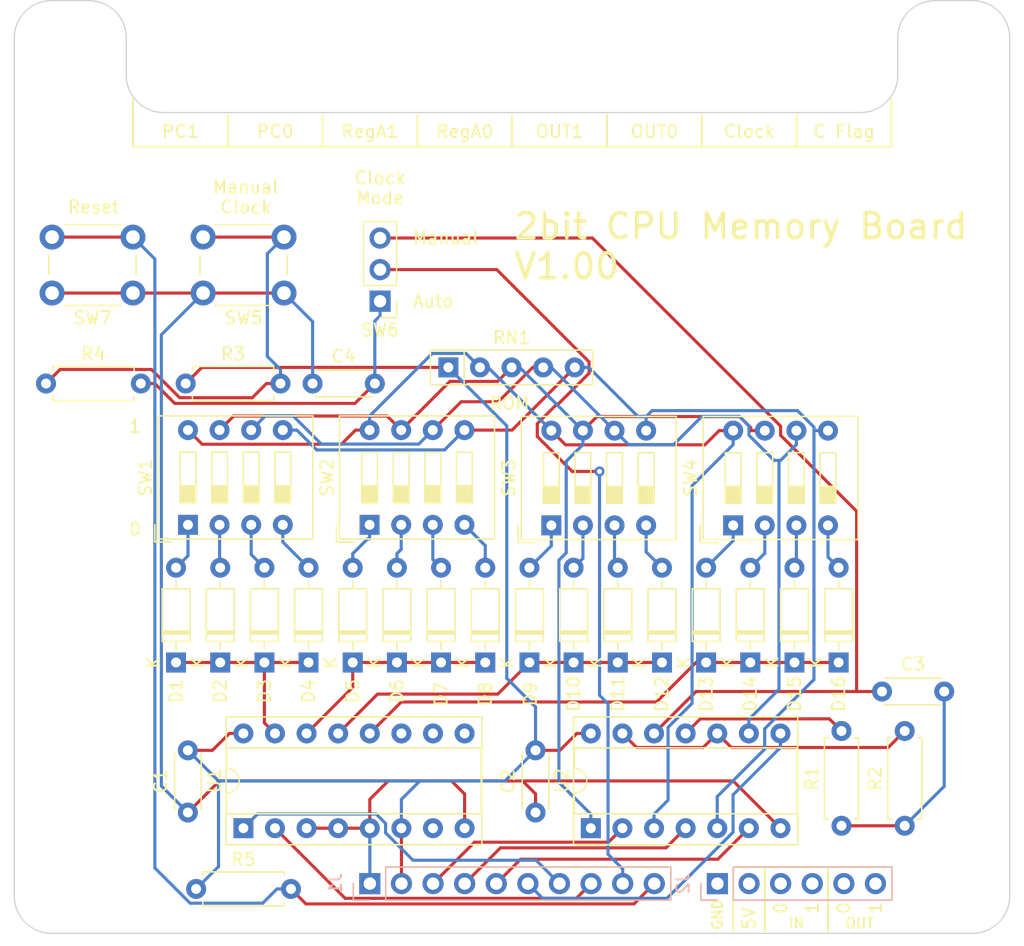
<source format=kicad_pcb>
(kicad_pcb (version 20221018) (generator pcbnew)
  (layers (0 "F.Cu" signal) (31 "B.Cu" signal) (34 "B.Paste" user) (35 "F.Paste" user) (36 "B.SilkS" user "B.Silkscreen") (37 "F.SilkS" user "F.Silkscreen") (38 "B.Mask" user) (39 "F.Mask" user) (44 "Edge.Cuts" user))
  (net 0 "")
  (net 1 "+5V")
  (net 2 "GND")
  (net 3 "Net-(D1-K)")
  (net 4 "Net-(D1-A)")
  (net 5 "Net-(D2-A)")
  (net 6 "Net-(D3-A)")
  (net 7 "Net-(D4-A)")
  (net 8 "Net-(D5-K)")
  (net 9 "Net-(D5-A)")
  (net 10 "Net-(D6-A)")
  (net 11 "Net-(D7-A)")
  (net 12 "Net-(D8-A)")
  (net 13 "Net-(D10-K)")
  (net 14 "Net-(D9-A)")
  (net 15 "Net-(D10-A)")
  (net 16 "Net-(D11-A)")
  (net 17 "Net-(D12-A)")
  (net 18 "Net-(D13-K)")
  (net 19 "Net-(D13-A)")
  (net 20 "Net-(D14-A)")
  (net 21 "Net-(D15-A)")
  (net 22 "Net-(D16-A)")
  (net 23 "Net-(J1-Pin_3)")
  (net 24 "Net-(J1-Pin_4)")
  (net 25 "Net-(J1-Pin_5)")
  (net 26 "Net-(J1-Pin_6)")
  (net 27 "Net-(J1-Pin_7)")
  (net 28 "Net-(J1-Pin_8)")
  (net 29 "Net-(RN1-R1)")
  (net 30 "Net-(RN1-R2)")
  (net 31 "Net-(RN1-R3)")
  (net 32 "Net-(RN1-R4)")
  (net 37 "Net-(SW6-C)")
  (net 40 "Net-(R1-Pad2)")
  (net 41 "Net-(R2-Pad2)")
  (net 42 "Reset")
  (net 43 "Clock")
  (net 44 "Net-(C3-Pad2)")
  (net 49 "Net-(SW6-A)")
  (net 50 "Net-(R3-Pad2)")
  (footprint "Button_Switch_THT:SW_DIP_SPSTx04_Slide_9.78x12.34mm_W7.62mm_P2.54mm" (layer "F.Cu") (at 107.745 108.7875 90)
    (fp_text reference "SW2")
    (fp_text value "SW_DIP_x04")
  )
  (footprint "Diode_THT:D_DO-35_SOD27_P7.62mm_Horizontal" (layer "F.Cu") (at 131.24 119.855 90)
    (fp_text reference "D12")
    (fp_text value "1N4148")
  )
  (footprint "Package_DIP:DIP-16_W7.62mm_Socket" (layer "F.Cu") (at 97.6 133.18 90)
    (fp_text reference "U1")
    (fp_text value "74HC138")
  )
  (footprint "MountingHole:MountingHole_3.2mm_M3" (layer "F.Cu") (at 155.19 70.635)
    (fp_text reference "H2" hide)
    (fp_text value "MountingHole")
  )
  (footprint "Button_Switch_THT:SW_DIP_SPSTx04_Slide_9.78x12.34mm_W7.62mm_P2.54mm" (layer "F.Cu") (at 122.35 108.83 90)
    (fp_text reference "SW3")
    (fp_text value "SW_DIP_x04")
  )
  (footprint "Resistor_THT:R_Array_SIP5" (layer "F.Cu") (at 114.075 96.13)
    (fp_text reference "RN1")
    (fp_text value "10k")
  )
  (footprint "Button_Switch_THT:SW_DIP_SPSTx04_Slide_9.78x12.34mm_W7.62mm_P2.54mm" (layer "F.Cu") (at 136.965 108.83 90)
    (fp_text reference "SW4")
    (fp_text value "SW_DIP_x04")
  )
  (footprint "MountingHole:MountingHole_3.2mm_M3" (layer "F.Cu") (at 155.19 137.635)
    (fp_text reference "H3" hide)
    (fp_text value "MountingHole")
  )
  (footprint "Button_Switch_THT:SW_DIP_SPSTx04_Slide_9.78x12.34mm_W7.62mm_P2.54mm" (layer "F.Cu") (at 93.15 108.7875 90)
    (fp_text reference "SW1")
    (fp_text value "SW_DIP_x04")
  )
  (footprint "Diode_THT:D_DO-35_SOD27_P7.62mm_Horizontal" (layer "F.Cu") (at 95.74 119.855 90)
    (fp_text reference "D2")
    (fp_text value "1N4148")
  )
  (footprint "Resistor_THT:R_Axial_DIN0207_L6.3mm_D2.5mm_P7.62mm_Horizontal" (layer "F.Cu") (at 93.805 138.065)
    (fp_text reference "R5")
    (fp_text value "10k")
  )
  (footprint "Diode_THT:D_DO-35_SOD27_P7.62mm_Horizontal" (layer "F.Cu") (at 127.69 119.855 90)
    (fp_text reference "D11")
    (fp_text value "1N4148")
  )
  (footprint "MountingHole:MountingHole_3.2mm_M3" (layer "F.Cu") (at 83.19 137.635)
    (fp_text reference "H4" hide)
    (fp_text value "MountingHole")
  )
  (footprint "Diode_THT:D_DO-35_SOD27_P7.62mm_Horizontal" (layer "F.Cu") (at 141.89 119.855 90)
    (fp_text reference "D15")
    (fp_text value "1N4148")
  )
  (footprint "Button_Switch_THT:SW_PUSH_6mm" (layer "F.Cu") (at 100.865 90.15 180)
    (fp_text reference "SW5")
    (fp_text value "SW_Push")
  )
  (footprint "Diode_THT:D_DO-35_SOD27_P7.62mm_Horizontal" (layer "F.Cu") (at 113.49 119.855 90)
    (fp_text reference "D7")
    (fp_text value "1N4148")
  )
  (footprint "Diode_THT:D_DO-35_SOD27_P7.62mm_Horizontal" (layer "F.Cu") (at 106.39 119.855 90)
    (fp_text reference "D5")
    (fp_text value "1N4148")
  )
  (footprint "Button_Switch_THT:SW_PUSH_6mm" (layer "F.Cu") (at 88.725 90.15 180)
    (fp_text reference "SW7")
    (fp_text value "SW_Push")
  )
  (footprint "Diode_THT:D_DO-35_SOD27_P7.62mm_Horizontal" (layer "F.Cu") (at 109.94 119.855 90)
    (fp_text reference "D6")
    (fp_text value "1N4148")
  )
  (footprint "Diode_THT:D_DO-35_SOD27_P7.62mm_Horizontal" (layer "F.Cu") (at 145.44 119.855 90)
    (fp_text reference "D16")
    (fp_text value "1N4148")
  )
  (footprint "Resistor_THT:R_Axial_DIN0207_L6.3mm_D2.5mm_P7.62mm_Horizontal" (layer "F.Cu") (at 81.74 97.425)
    (fp_text reference "R4")
    (fp_text value "10k")
  )
  (footprint "Capacitor_THT:C_Disc_D4.3mm_W1.9mm_P5.00mm" (layer "F.Cu") (at 93.14 131.92 90)
    (fp_text reference "C1")
    (fp_text value "0.1u")
  )
  (footprint "Capacitor_THT:C_Disc_D4.3mm_W1.9mm_P5.00mm" (layer "F.Cu") (at 148.925 122.19)
    (fp_text reference "C3")
    (fp_text value "10u")
  )
  (footprint "Diode_THT:D_DO-35_SOD27_P7.62mm_Horizontal" (layer "F.Cu") (at 138.34 119.855 90)
    (fp_text reference "D14")
    (fp_text value "1N4148")
  )
  (footprint "Diode_THT:D_DO-35_SOD27_P7.62mm_Horizontal" (layer "F.Cu") (at 134.79 119.855 90)
    (fp_text reference "D13")
    (fp_text value "1N4148")
  )
  (footprint "Package_DIP:DIP-14_W7.62mm_Socket" (layer "F.Cu") (at 125.525 133.18 90)
    (fp_text reference "U2")
    (fp_text value "74HC14")
  )
  (footprint "Resistor_THT:R_Axial_DIN0207_L6.3mm_D2.5mm_P7.62mm_Horizontal" (layer "F.Cu") (at 145.67 132.985 90)
    (fp_text reference "R1")
    (fp_text value "100k")
  )
  (footprint "Diode_THT:D_DO-35_SOD27_P7.62mm_Horizontal" (layer "F.Cu") (at 120.59 119.855 90)
    (fp_text reference "D9")
    (fp_text value "1N4148")
  )
  (footprint "Diode_THT:D_DO-35_SOD27_P7.62mm_Horizontal" (layer "F.Cu") (at 92.19 119.855 90)
    (fp_text reference "D1")
    (fp_text value "1N4148")
  )
  (footprint "Capacitor_THT:C_Disc_D4.3mm_W1.9mm_P5.00mm" (layer "F.Cu") (at 121.08 131.92 90)
    (fp_text reference "C2")
    (fp_text value "0.1u")
  )
  (footprint "Connector_PinHeader_2.54mm:PinHeader_1x03_P2.54mm_Vertical" (layer "F.Cu") (at 108.585 90.805 180)
    (fp_text reference "SW6")
    (fp_text value "SW_SPDT")
  )
  (footprint "Diode_THT:D_DO-35_SOD27_P7.62mm_Horizontal" (layer "F.Cu") (at 124.14 119.855 90)
    (fp_text reference "D10")
    (fp_text value "1N4148")
  )
  (footprint "Capacitor_THT:C_Disc_D4.3mm_W1.9mm_P5.00mm" (layer "F.Cu") (at 103.165 97.425)
    (fp_text reference "C4")
    (fp_text value "10u")
  )
  (footprint "Diode_THT:D_DO-35_SOD27_P7.62mm_Horizontal" (layer "F.Cu") (at 102.84 119.855 90)
    (fp_text reference "D4")
    (fp_text value "1N4148")
  )
  (footprint "MountingHole:MountingHole_3.2mm_M3" (layer "F.Cu") (at 83.19 70.635)
    (fp_text reference "H1" hide)
    (fp_text value "MountingHole")
  )
  (footprint "Diode_THT:D_DO-35_SOD27_P7.62mm_Horizontal" (layer "F.Cu") (at 99.29 119.855 90)
    (fp_text reference "D3")
    (fp_text value "1N4148")
  )
  (footprint "Resistor_THT:R_Axial_DIN0207_L6.3mm_D2.5mm_P7.62mm_Horizontal" (layer "F.Cu") (at 92.965 97.425)
    (fp_text reference "R3")
    (fp_text value "1k")
  )
  (footprint "Diode_THT:D_DO-35_SOD27_P7.62mm_Horizontal" (layer "F.Cu") (at 117.04 119.855 90)
    (fp_text reference "D8")
    (fp_text value "1N4148")
  )
  (footprint "Resistor_THT:R_Axial_DIN0207_L6.3mm_D2.5mm_P7.62mm_Horizontal" (layer "F.Cu") (at 150.75 132.985 90)
    (fp_text reference "R2")
    (fp_text value "47k")
  )
  (footprint "Connector_PinSocket_2.54mm:PinSocket_1x06_P2.54mm_Vertical" (layer "B.Cu") (at 135.7 137.635 -90)
    (fp_text reference "J2")
    (fp_text value "Conn_01x02")
  )
  (footprint "Connector_PinSocket_2.54mm:PinSocket_1x10_P2.54mm_Vertical" (layer "B.Cu") (at 107.765 137.635 -90)
    (fp_text reference "J1")
    (fp_text value "Conn_01x08")
  )
  (gr_line (start 144.59 136.365) (end 144.59 141.445) (stroke (width 0.15)) (layer "F.SilkS"))
  (gr_line (start 88.725 78.375) (end 149.685 78.375) (stroke (width 0.15)) (layer "F.SilkS"))
  (gr_line (start 111.585 75.835) (end 111.585 78.375) (stroke (width 0.15)) (layer "F.SilkS"))
  (gr_line (start 149.685 78.375) (end 149.685 74.565) (stroke (width 0.15)) (layer "F.SilkS"))
  (gr_line (start 142.065 75.835) (end 142.065 78.375) (stroke (width 0.15)) (layer "F.SilkS"))
  (gr_line (start 136.97 136.365) (end 136.97 141.445) (stroke (width 0.15)) (layer "F.SilkS"))
  (gr_line (start 103.965 75.835) (end 103.965 78.375) (stroke (width 0.15)) (layer "F.SilkS"))
  (gr_line (start 126.825 75.835) (end 126.825 78.375) (stroke (width 0.15)) (layer "F.SilkS"))
  (gr_line (start 88.725 74.565) (end 88.725 78.375) (stroke (width 0.15)) (layer "F.SilkS"))
  (gr_line (start 119.205 75.835) (end 119.205 78.375) (stroke (width 0.15)) (layer "F.SilkS"))
  (gr_line (start 139.51 136.365) (end 139.51 141.445) (stroke (width 0.15)) (layer "F.SilkS"))
  (gr_line (start 96.345 75.835) (end 96.345 78.375) (stroke (width 0.15)) (layer "F.SilkS"))
  (gr_line (start 134.445 75.835) (end 134.445 78.375) (stroke (width 0.15)) (layer "F.SilkS"))
  (gr_line (start 91.19 75.635) (end 147.19 75.635) (stroke (width 0.1)) (layer "Edge.Cuts"))
  (gr_line (start 156.19 66.635) (end 153.19 66.635) (stroke (width 0.1)) (layer "Edge.Cuts"))
  (gr_line (start 156.19 141.635) (end 82.19 141.635) (stroke (width 0.1)) (layer "Edge.Cuts"))
  (gr_arc (start 150.19 69.635) (mid 151.06868 67.51368) (end 153.19 66.635) (stroke (width 0.1)) (layer "Edge.Cuts"))
  (gr_line (start 150.19 69.635) (end 150.19 72.635) (stroke (width 0.1)) (layer "Edge.Cuts"))
  (gr_arc (start 150.19 72.635) (mid 149.31132 74.75632) (end 147.19 75.635) (stroke (width 0.1)) (layer "Edge.Cuts"))
  (gr_line (start 79.19 138.635) (end 79.19 69.635) (stroke (width 0.1)) (layer "Edge.Cuts"))
  (gr_arc (start 79.19 69.635) (mid 80.06868 67.51368) (end 82.19 66.635) (stroke (width 0.1)) (layer "Edge.Cuts"))
  (gr_line (start 88.19 72.635) (end 88.19 69.635) (stroke (width 0.1)) (layer "Edge.Cuts"))
  (gr_line (start 85.19 66.635) (end 82.19 66.635) (stroke (width 0.1)) (layer "Edge.Cuts"))
  (gr_arc (start 82.19 141.635) (mid 80.06868 140.75632) (end 79.19 138.635) (stroke (width 0.1)) (layer "Edge.Cuts"))
  (gr_arc (start 85.19 66.635) (mid 87.31132 67.51368) (end 88.19 69.635) (stroke (width 0.1)) (layer "Edge.Cuts"))
  (gr_arc (start 159.19 138.635) (mid 158.31132 140.75632) (end 156.19 141.635) (stroke (width 0.1)) (layer "Edge.Cuts"))
  (gr_arc (start 91.19 75.635) (mid 89.06868 74.75632) (end 88.19 72.635) (stroke (width 0.1)) (layer "Edge.Cuts"))
  (gr_line (start 159.19 69.635) (end 159.19 138.635) (stroke (width 0.1)) (layer "Edge.Cuts"))
  (gr_arc (start 156.19 66.635) (mid 158.31132 67.51368) (end 159.19 69.635) (stroke (width 0.1)) (layer "Edge.Cuts"))
  (gr_text "1" (at 88.9 100.87) (layer "F.SilkS") (effects (font (size 1 1))))
  (gr_text "GND" (at 135.7 141.445 90) (layer "F.SilkS") (effects (font (size 0.8 0.8)) (justify left)))
  (gr_text "C Flag" (at 145.875 77.74) (layer "F.SilkS") (effects (font (size 1 1)) (justify bottom)))
  (gr_text "0" (at 145.86 140.175 90) (layer "F.SilkS") (effects (font (size 1 1)) (justify left)))
  (gr_text "Manual" (at 111.125 85.725) (layer "F.SilkS") (effects (font (size 1 1)) (justify left)))
  (gr_text "IN" (at 142.05 140.81) (layer "F.SilkS") (effects (font (size 0.8 0.8))))
  (gr_text "OUT" (at 147.13 140.81) (layer "F.SilkS") (effects (font (size 0.8 0.8))))
  (gr_text "Reset" (at 85.55 83.82) (layer "F.SilkS") (effects (font (size 1 1)) (justify bottom)))
  (gr_text "PC0" (at 100.155 77.74) (layer "F.SilkS") (effects (font (size 1 1)) (justify bottom)))
  (gr_text "0" (at 140.78 140.175 90) (layer "F.SilkS") (effects (font (size 1 1)) (justify left)))
  (gr_text "OUT0" (at 130.635 77.74) (layer "F.SilkS") (effects (font (size 1 1)) (justify bottom)))
  (gr_text "OUT1" (at 123.015 77.74) (layer "F.SilkS") (effects (font (size 1 1)) (justify bottom)))
  (gr_text "Clock\nMode" (at 108.585 83.09) (layer "F.SilkS") (effects (font (size 1 1)) (justify bottom)))
  (gr_text "Manual\nClock" (at 97.79 83.82) (layer "F.SilkS") (effects (font (size 1 1)) (justify bottom)))
  (gr_text "RegA0" (at 115.395 77.74) (layer "F.SilkS") (effects (font (size 1 1)) (justify bottom)))
  (gr_text "2bit CPU Memory Board\nV1.00" (at 119.205 89.17) (layer "F.SilkS") (effects (font (size 2 2) (thickness 0.3)) (justify left bottom)))
  (gr_text "Clock" (at 138.255 77.74) (layer "F.SilkS") (effects (font (size 1 1)) (justify bottom)))
  (gr_text "ROM" (at 117.3 99.6) (layer "F.SilkS") (effects (font (size 1 1)) (justify left bottom)))
  (gr_text "5V" (at 138.24 141.445 90) (layer "F.SilkS") (effects (font (size 1 1)) (justify left)))
  (gr_text "Auto" (at 111.125 90.805) (layer "F.SilkS") (effects (font (size 1 1)) (justify left)))
  (gr_text "RegA1" (at 107.775 77.74) (layer "F.SilkS") (effects (font (size 1 1)) (justify bottom)))
  (gr_text "PC1" (at 92.535 77.74) (layer "F.SilkS") (effects (font (size 1 1)) (justify bottom)))
  (gr_text "1" (at 148.4 140.175 90) (layer "F.SilkS") (effects (font (size 1 1)) (justify left)))
  (gr_text "0" (at 88.9 109.125) (layer "F.SilkS") (effects (font (size 1 1))))
  (gr_text "1" (at 143.32 140.175 90) (layer "F.SilkS") (effects (font (size 1 1)) (justify left)))
  (segment (start 110.3 134.307) (end 110.305 134.312) (width 0.25) (layer "F.Cu") (net 1))
  (segment (start 124.398 125.56) (end 123.038 126.92) (width 0.25) (layer "F.Cu") (net 1))
  (segment (start 110.3 133.18) (end 110.3 134.307) (width 0.25) (layer "F.Cu") (net 1))
  (segment (start 93.14 126.92) (end 95.113 126.92) (width 0.25) (layer "F.Cu") (net 1))
  (segment (start 125.525 125.56) (end 124.398 125.56) (width 0.25) (layer "F.Cu") (net 1))
  (segment (start 123.038 126.92) (end 121.08 126.92) (width 0.25) (layer "F.Cu") (net 1))
  (segment (start 92.965 97.425) (end 94.26 96.13) (width 0.25) (layer "F.Cu") (net 1))
  (segment (start 110.305 134.312) (end 110.305 137.635) (width 0.25) (layer "F.Cu") (net 1))
  (segment (start 95.113 126.92) (end 96.473 125.56) (width 0.25) (layer "F.Cu") (net 1))
  (segment (start 96.473 125.56) (end 97.6 125.56) (width 0.25) (layer "F.Cu") (net 1))
  (segment (start 94.26 96.13) (end 114.075 96.13) (width 0.25) (layer "F.Cu") (net 1))
  (segment (start 93.14 126.92) (end 95.6 129.38) (width 0.25) (layer "B.Cu") (net 1))
  (segment (start 95.6 129.38) (end 95.6002 129.38) (width 0.25) (layer "B.Cu") (net 1))
  (segment (start 110.3 133.18) (end 110.3 130.865) (width 0.25) (layer "B.Cu") (net 1))
  (segment (start 111.785 129.38) (end 118.62 129.38) (width 0.25) (layer "B.Cu") (net 1))
  (segment (start 118.62 129.38) (end 121.08 126.92) (width 0.25) (layer "B.Cu") (net 1))
  (segment (start 118.77 100.825) (end 118.77 121.125) (width 0.25) (layer "B.Cu") (net 1))
  (segment (start 95.6002 136.27) (end 93.805 138.065) (width 0.25) (layer "B.Cu") (net 1))
  (segment (start 121.08 123.435) (end 121.08 126.92) (width 0.25) (layer "B.Cu") (net 1))
  (segment (start 110.3 130.865) (end 111.785 129.38) (width 0.25) (layer "B.Cu") (net 1))
  (segment (start 114.075 96.13) (end 118.77 100.825) (width 0.25) (layer "B.Cu") (net 1))
  (segment (start 118.77 121.125) (end 121.08 123.435) (width 0.25) (layer "B.Cu") (net 1))
  (segment (start 95.6002 129.38) (end 111.785 129.38) (width 0.25) (layer "B.Cu") (net 1))
  (segment (start 95.6002 129.38) (end 95.6002 136.27) (width 0.25) (layer "B.Cu") (net 1))
  (segment (start 109.245 129.38) (end 95.68 129.38) (width 0.25) (layer "F.Cu") (net 2))
  (segment (start 100.865 90.15) (end 94.365 90.15) (width 0.25) (layer "F.Cu") (net 2))
  (segment (start 105.22 133.18) (end 102.68 133.18) (width 0.25) (layer "F.Cu") (net 2))
  (segment (start 107.76 133.18) (end 107.76 130.865) (width 0.25) (layer "F.Cu") (net 2))
  (segment (start 95.68 129.38) (end 93.14 131.92) (width 0.25) (layer "F.Cu") (net 2))
  (segment (start 107.76 130.865) (end 109.245 129.38) (width 0.25) (layer "F.Cu") (net 2))
  (segment (start 136.965 129.38) (end 140.765 133.18) (width 0.25) (layer "F.Cu") (net 2))
  (segment (start 120.04 129.38) (end 136.965 129.38) (width 0.25) (layer "F.Cu") (net 2))
  (segment (start 88.725 90.15) (end 94.365 90.15) (width 0.25) (layer "F.Cu") (net 2))
  (segment (start 115.38 133.18) (end 115.38 130.435) (width 0.25) (layer "F.Cu") (net 2))
  (segment (start 121.08 131.92) (end 121.08 130.42) (width 0.25) (layer "F.Cu") (net 2))
  (segment (start 109.245 129.38) (end 114.325 129.38) (width 0.25) (layer "F.Cu") (net 2))
  (segment (start 121.08 130.42) (end 120.04 129.38) (width 0.25) (layer "F.Cu") (net 2))
  (segment (start 107.76 133.18) (end 105.22 133.18) (width 0.25) (layer "F.Cu") (net 2))
  (segment (start 82.225 90.15) (end 88.725 90.15) (width 0.25) (layer "F.Cu") (net 2))
  (segment (start 115.38 130.435) (end 114.325 129.38) (width 0.25) (layer "F.Cu") (net 2))
  (segment (start 114.325 129.38) (end 120.04 129.38) (width 0.25) (layer "F.Cu") (net 2))
  (segment (start 107.765 134.312) (end 107.765 137.635) (width 0.25) (layer "B.Cu") (net 2))
  (segment (start 107.76 133.18) (end 107.76 134.307) (width 0.25) (layer "B.Cu") (net 2))
  (segment (start 91.0111 93.5039) (end 94.365 90.15) (width 0.25) (layer "B.Cu") (net 2))
  (segment (start 103.165 97.425) (end 103.165 92.45) (width 0.25) (layer "B.Cu") (net 2))
  (segment (start 107.76 134.307) (end 107.765 134.312) (width 0.25) (layer "B.Cu") (net 2))
  (segment (start 93.14 131.92) (end 91.0111 129.791) (width 0.25) (layer "B.Cu") (net 2))
  (segment (start 103.165 92.45) (end 100.865 90.15) (width 0.25) (layer "B.Cu") (net 2))
  (segment (start 91.0111 129.791) (end 91.0111 93.5039) (width 0.25) (layer "B.Cu") (net 2))
  (segment (start 99.29 124.71) (end 100.14 125.56) (width 0.25) (layer "F.Cu") (net 3))
  (segment (start 99.29 119.855) (end 99.29 124.71) (width 0.25) (layer "F.Cu") (net 3))
  (segment (start 95.74 119.855) (end 99.29 119.855) (width 0.25) (layer "F.Cu") (net 3))
  (segment (start 99.29 119.855) (end 102.84 119.855) (width 0.25) (layer "F.Cu") (net 3))
  (segment (start 92.19 119.855) (end 95.74 119.855) (width 0.25) (layer "F.Cu") (net 3))
  (segment (start 93.15 108.7875) (end 93.15 111.275) (width 0.25) (layer "B.Cu") (net 4))
  (segment (start 93.15 111.275) (end 92.19 112.235) (width 0.25) (layer "B.Cu") (net 4))
  (segment (start 93.15 108.787) (end 93.15 108.7875) (width 0.25) (layer "B.Cu") (net 4))
  (segment (start 95.69 108.787) (end 95.69 108.7875) (width 0.25) (layer "B.Cu") (net 5))
  (segment (start 95.69 108.7875) (end 95.69 112.185) (width 0.25) (layer "B.Cu") (net 5))
  (segment (start 95.69 112.185) (end 95.74 112.235) (width 0.25) (layer "B.Cu") (net 5))
  (segment (start 98.23 111.175) (end 99.29 112.235) (width 0.25) (layer "B.Cu") (net 6))
  (segment (start 98.23 108.787) (end 98.23 108.7875) (width 0.25) (layer "B.Cu") (net 6))
  (segment (start 98.23 108.7875) (end 98.23 111.175) (width 0.25) (layer "B.Cu") (net 6))
  (segment (start 100.77 110.165) (end 102.84 112.235) (width 0.25) (layer "B.Cu") (net 7))
  (segment (start 100.77 108.7875) (end 100.77 110.165) (width 0.25) (layer "B.Cu") (net 7))
  (segment (start 100.77 108.787) (end 100.77 108.7875) (width 0.25) (layer "B.Cu") (net 7))
  (segment (start 106.39 121.85) (end 102.68 125.56) (width 0.25) (layer "F.Cu") (net 8))
  (segment (start 109.94 119.855) (end 113.49 119.855) (width 0.25) (layer "F.Cu") (net 8))
  (segment (start 106.39 119.855) (end 109.94 119.855) (width 0.25) (layer "F.Cu") (net 8))
  (segment (start 113.49 119.855) (end 117.04 119.855) (width 0.25) (layer "F.Cu") (net 8))
  (segment (start 106.39 119.855) (end 106.39 121.85) (width 0.25) (layer "F.Cu") (net 8))
  (segment (start 106.39 111.108) (end 107.584 109.914) (width 0.25) (layer "B.Cu") (net 9))
  (segment (start 107.745 109.914) (end 107.745 108.7875) (width 0.25) (layer "B.Cu") (net 9))
  (segment (start 106.39 112.235) (end 106.39 111.108) (width 0.25) (layer "B.Cu") (net 9))
  (segment (start 107.584 109.914) (end 107.745 109.914) (width 0.25) (layer "B.Cu") (net 9))
  (segment (start 107.745 108.7875) (end 107.745 108.787) (width 0.25) (layer "B.Cu") (net 9))
  (segment (start 110.285 108.7875) (end 110.285 108.787) (width 0.25) (layer "B.Cu") (net 10))
  (segment (start 110.285 110.763) (end 110.285 108.7875) (width 0.25) (layer "B.Cu") (net 10))
  (segment (start 109.94 112.235) (end 109.94 111.108) (width 0.25) (layer "B.Cu") (net 10))
  (segment (start 109.94 111.108) (end 110.285 110.763) (width 0.25) (layer "B.Cu") (net 10))
  (segment (start 112.825 111.57) (end 113.49 112.235) (width 0.25) (layer "B.Cu") (net 11))
  (segment (start 112.825 108.787) (end 112.825 108.7875) (width 0.25) (layer "B.Cu") (net 11))
  (segment (start 112.825 108.7875) (end 112.825 111.57) (width 0.25) (layer "B.Cu") (net 11))
  (segment (start 115.365 108.787) (end 115.365 108.7875) (width 0.25) (layer "B.Cu") (net 12))
  (segment (start 117.04 110.463) (end 116.203 109.625) (width 0.25) (layer "B.Cu") (net 12))
  (segment (start 117.04 112.235) (end 117.04 110.463) (width 0.25) (layer "B.Cu") (net 12))
  (segment (start 116.203 109.625) (end 115.365 108.787) (width 0.25) (layer "B.Cu") (net 12))
  (segment (start 127.69 119.855) (end 131.24 119.855) (width 0.25) (layer "F.Cu") (net 13))
  (segment (start 118.05 122.395) (end 108.385 122.395) (width 0.25) (layer "F.Cu") (net 13))
  (segment (start 120.59 119.855) (end 118.05 122.395) (width 0.25) (layer "F.Cu") (net 13))
  (segment (start 108.385 122.395) (end 105.22 125.56) (width 0.25) (layer "F.Cu") (net 13))
  (segment (start 124.14 119.855) (end 120.59 119.855) (width 0.25) (layer "F.Cu") (net 13))
  (segment (start 124.14 119.855) (end 127.69 119.855) (width 0.25) (layer "F.Cu") (net 13))
  (segment (start 122.35 108.83) (end 122.35 110.475) (width 0.25) (layer "B.Cu") (net 14))
  (segment (start 122.35 110.475) (end 120.59 112.235) (width 0.25) (layer "B.Cu") (net 14))
  (segment (start 124.89 111.485) (end 124.14 112.235) (width 0.25) (layer "B.Cu") (net 15))
  (segment (start 124.89 108.83) (end 124.89 111.485) (width 0.25) (layer "B.Cu") (net 15))
  (segment (start 127.43 111.975) (end 127.69 112.235) (width 0.25) (layer "B.Cu") (net 16))
  (segment (start 127.43 108.83) (end 127.43 111.975) (width 0.25) (layer "B.Cu") (net 16))
  (segment (start 129.97 108.83) (end 129.97 110.965) (width 0.25) (layer "B.Cu") (net 17))
  (segment (start 129.97 110.965) (end 131.24 112.235) (width 0.25) (layer "B.Cu") (net 17))
  (segment (start 133.979 119.855) (end 130.804 123.03) (width 0.25) (layer "F.Cu") (net 18))
  (segment (start 134.79 119.855) (end 133.979 119.855) (width 0.25) (layer "F.Cu") (net 18))
  (segment (start 141.89 119.855) (end 145.44 119.855) (width 0.25) (layer "F.Cu") (net 18))
  (segment (start 138.34 119.855) (end 134.79 119.855) (width 0.25) (layer "F.Cu") (net 18))
  (segment (start 138.34 119.855) (end 141.89 119.855) (width 0.25) (layer "F.Cu") (net 18))
  (segment (start 130.804 123.03) (end 110.29 123.03) (width 0.25) (layer "F.Cu") (net 18))
  (segment (start 110.29 123.03) (end 107.76 125.56) (width 0.25) (layer "F.Cu") (net 18))
  (segment (start 136.965 110.06) (end 134.79 112.235) (width 0.25) (layer "B.Cu") (net 19))
  (segment (start 136.965 108.83) (end 136.965 110.06) (width 0.25) (layer "B.Cu") (net 19))
  (segment (start 139.505 111.07) (end 138.34 112.235) (width 0.25) (layer "B.Cu") (net 20))
  (segment (start 139.505 108.83) (end 139.505 111.07) (width 0.25) (layer "B.Cu") (net 20))
  (segment (start 142.045 112.08) (end 141.89 112.235) (width 0.25) (layer "B.Cu") (net 21))
  (segment (start 142.045 108.83) (end 142.045 112.08) (width 0.25) (layer "B.Cu") (net 21))
  (segment (start 144.585 108.83) (end 144.585 111.38) (width 0.25) (layer "B.Cu") (net 22))
  (segment (start 144.585 111.38) (end 145.44 112.235) (width 0.25) (layer "B.Cu") (net 22))
  (segment (start 112.845 137.635) (end 116.173 134.307) (width 0.25) (layer "F.Cu") (net 23))
  (segment (start 116.173 134.307) (end 126.938 134.307) (width 0.25) (layer "F.Cu") (net 23))
  (segment (start 126.938 134.307) (end 128.065 133.18) (width 0.25) (layer "F.Cu") (net 23))
  (segment (start 118.261 134.759) (end 131.566 134.759) (width 0.25) (layer "F.Cu") (net 24))
  (segment (start 115.385 137.635) (end 118.261 134.759) (width 0.25) (layer "F.Cu") (net 24))
  (segment (start 131.566 134.759) (end 133.145 133.18) (width 0.25) (layer "F.Cu") (net 24))
  (segment (start 119.885 135.675) (end 135.73 135.675) (width 0.25) (layer "F.Cu") (net 25))
  (segment (start 117.925 137.635) (end 119.885 135.675) (width 0.25) (layer "F.Cu") (net 25))
  (segment (start 135.73 135.675) (end 138.225 133.18) (width 0.25) (layer "F.Cu") (net 25))
  (segment (start 121.649 138.819) (end 120.465 137.635) (width 0.25) (layer "B.Cu") (net 26))
  (segment (start 140.765 125.56) (end 140.765 126.687) (width 0.25) (layer "B.Cu") (net 26))
  (segment (start 131.643 138.819) (end 121.649 138.819) (width 0.25) (layer "B.Cu") (net 26))
  (segment (start 136.955 130.497) (end 136.955 133.507) (width 0.25) (layer "B.Cu") (net 26))
  (segment (start 136.955 133.507) (end 131.643 138.819) (width 0.25) (layer "B.Cu") (net 26))
  (segment (start 140.765 126.687) (end 136.955 130.497) (width 0.25) (layer "B.Cu") (net 26))
  (segment (start 121.125 135.755) (end 111.232 135.755) (width 0.25) (layer "B.Cu") (net 27))
  (segment (start 123.005 137.635) (end 121.125 135.755) (width 0.25) (layer "B.Cu") (net 27))
  (segment (start 109.03 133.553) (end 109.03 132.801) (width 0.25) (layer "B.Cu") (net 27))
  (segment (start 108.265 132.036) (end 98.744 132.036) (width 0.25) (layer "B.Cu") (net 27))
  (segment (start 98.744 132.036) (end 97.6 133.18) (width 0.25) (layer "B.Cu") (net 27))
  (segment (start 109.03 132.801) (end 108.265 132.036) (width 0.25) (layer "B.Cu") (net 27))
  (segment (start 111.232 135.755) (end 109.03 133.553) (width 0.25) (layer "B.Cu") (net 27))
  (segment (start 124.359 138.821) (end 105.781 138.821) (width 0.25) (layer "F.Cu") (net 28))
  (segment (start 125.545 137.635) (end 124.359 138.821) (width 0.25) (layer "F.Cu") (net 28))
  (segment (start 105.781 138.821) (end 100.14 133.18) (width 0.25) (layer "F.Cu") (net 28))
  (segment (start 105.4807 102.3049) (end 94.2874 102.3049) (width 0.25) (layer "F.Cu") (net 29))
  (segment (start 136.965 101.21) (end 135.8381 101.21) (width 0.25) (layer "F.Cu") (net 29))
  (segment (start 134.6928 102.3553) (end 123.4953 102.3553) (width 0.25) (layer "F.Cu") (net 29))
  (segment (start 135.8381 101.21) (end 134.6928 102.3553) (width 0.25) (layer "F.Cu") (net 29))
  (segment (start 94.2874 102.3049) (end 93.15 101.1675) (width 0.25) (layer "F.Cu") (net 29))
  (segment (start 106.6181 101.1675) (end 105.4807 102.3049) (width 0.25) (layer "F.Cu") (net 29))
  (segment (start 107.745 101.1675) (end 106.6181 101.1675) (width 0.25) (layer "F.Cu") (net 29))
  (segment (start 123.4953 102.3553) (end 122.35 101.21) (width 0.25) (layer "F.Cu") (net 29))
  (segment (start 117.27 96.13) (end 116.615 96.13) (width 0.25) (layer "B.Cu") (net 29))
  (segment (start 131.7319 125.0681) (end 133.6631 123.1369) (width 0.25) (layer "B.Cu") (net 29))
  (segment (start 112.7825 95.0031) (end 115.4881 95.0031) (width 0.25) (layer "B.Cu") (net 29))
  (segment (start 107.745 101.1675) (end 107.745 100.0406) (width 0.25) (layer "B.Cu") (net 29))
  (segment (start 131.7319 130.9262) (end 131.7319 125.0681) (width 0.25) (layer "B.Cu") (net 29))
  (segment (start 130.605 132.0531) (end 131.7319 130.9262) (width 0.25) (layer "B.Cu") (net 29))
  (segment (start 136.965 101.21) (end 136.965 102.3369) (width 0.25) (layer "B.Cu") (net 29))
  (segment (start 130.605 133.18) (end 130.605 132.0531) (width 0.25) (layer "B.Cu") (net 29))
  (segment (start 133.6631 123.1369) (end 133.6631 105.6388) (width 0.25) (layer "B.Cu") (net 29))
  (segment (start 107.745 100.0406) (end 112.7825 95.0031) (width 0.25) (layer "B.Cu") (net 29))
  (segment (start 122.35 101.21) (end 117.27 96.13) (width 0.25) (layer "B.Cu") (net 29))
  (segment (start 133.6631 105.6388) (end 136.965 102.3369) (width 0.25) (layer "B.Cu") (net 29))
  (segment (start 115.4881 95.0031) (end 116.615 96.13) (width 0.25) (layer "B.Cu") (net 29))
  (segment (start 139.505 101.21) (end 138.3781 101.21) (width 0.25) (layer "F.Cu") (net 30))
  (segment (start 114.1956 97.2569) (end 110.285 101.1675) (width 0.25) (layer "F.Cu") (net 30))
  (segment (start 126.0218 100.0782) (end 124.89 101.21) (width 0.25) (layer "F.Cu") (net 30))
  (segment (start 118.0281 97.2569) (end 114.1956 97.2569) (width 0.25) (layer "F.Cu") (net 30))
  (segment (start 96.8207 100.0368) (end 95.69 101.1675) (width 0.25) (layer "F.Cu") (net 30))
  (segment (start 110.285 101.1675) (end 109.1543 100.0368) (width 0.25) (layer "F.Cu") (net 30))
  (segment (start 109.1543 100.0368) (end 96.8207 100.0368) (width 0.25) (layer "F.Cu") (net 30))
  (segment (start 137.4798 100.0782) (end 126.0218 100.0782) (width 0.25) (layer "F.Cu") (net 30))
  (segment (start 138.3781 101.21) (end 138.3781 100.9765) (width 0.25) (layer "F.Cu") (net 30))
  (segment (start 119.155 96.13) (end 118.0281 97.2569) (width 0.25) (layer "F.Cu") (net 30))
  (segment (start 138.3781 100.9765) (end 137.4798 100.0782) (width 0.25) (layer "F.Cu") (net 30))
  (segment (start 125.525 133.18) (end 125.525 132.0531) (width 0.25) (layer "B.Cu") (net 30))
  (segment (start 124.89 101.21) (end 124.89 102.3369) (width 0.25) (layer "B.Cu") (net 30))
  (segment (start 119.81 96.13) (end 119.155 96.13) (width 0.25) (layer "B.Cu") (net 30))
  (segment (start 122.961 129.4891) (end 122.961 111.624) (width 0.25) (layer "B.Cu") (net 30))
  (segment (start 122.961 111.624) (end 123.5476 111.0374) (width 0.25) (layer "B.Cu") (net 30))
  (segment (start 124.89 101.21) (end 119.81 96.13) (width 0.25) (layer "B.Cu") (net 30))
  (segment (start 123.5476 111.0374) (end 123.5476 103.6793) (width 0.25) (layer "B.Cu") (net 30))
  (segment (start 125.525 132.0531) (end 122.961 129.4891) (width 0.25) (layer "B.Cu") (net 30))
  (segment (start 123.5476 103.6793) (end 124.89 102.3369) (width 0.25) (layer "B.Cu") (net 30))
  (segment (start 120.8498 96.13) (end 121.695 96.13) (width 0.25) (layer "F.Cu") (net 31))
  (segment (start 118.0887 98.8911) (end 120.8498 96.13) (width 0.25) (layer "F.Cu") (net 31))
  (segment (start 112.825 101.1675) (end 115.1014 98.8911) (width 0.25) (layer "F.Cu") (net 31))
  (segment (start 115.1014 98.8911) (end 118.0887 98.8911) (width 0.25) (layer "F.Cu") (net 31))
  (segment (start 137.4597 100.0689) (end 134.4496 100.0689) (width 0.25) (layer "B.Cu") (net 31))
  (segment (start 138.225 125.56) (end 138.225 124.4331) (width 0.25) (layer "B.Cu") (net 31))
  (segment (start 99.3898 100.0077) (end 98.23 101.1675) (width 0.25) (layer "B.Cu") (net 31))
  (segment (start 142.045 101.21) (end 142.045 102.3369) (width 0.25) (layer "B.Cu") (net 31))
  (segment (start 112.825 101.1675) (end 111.6981 102.2944) (width 0.25) (layer "B.Cu") (net 31))
  (segment (start 111.6981 102.2944) (end 103.8628 102.2944) (width 0.25) (layer "B.Cu") (net 31))
  (segment (start 101.5761 100.0077) (end 99.3898 100.0077) (width 0.25) (layer "B.Cu") (net 31))
  (segment (start 138.235 100.8442) (end 137.4597 100.0689) (width 0.25) (layer "B.Cu") (net 31))
  (segment (start 138.225 124.4331) (end 140.6454 122.0127) (width 0.25) (layer "B.Cu") (net 31))
  (segment (start 134.4496 100.0689) (end 132.1835 102.335) (width 0.25) (layer "B.Cu") (net 31))
  (segment (start 140.775 103.6069) (end 142.045 102.3369) (width 0.25) (layer "B.Cu") (net 31))
  (segment (start 140.6454 122.0127) (end 140.6454 103.6069) (width 0.25) (layer "B.Cu") (net 31))
  (segment (start 128.555 102.335) (end 127.43 101.21) (width 0.25) (layer "B.Cu") (net 31))
  (segment (start 140.6454 103.6069) (end 140.2568 103.6069) (width 0.25) (layer "B.Cu") (net 31))
  (segment (start 127.43 101.21) (end 122.35 96.13) (width 0.25) (layer "B.Cu") (net 31))
  (segment (start 140.6454 103.6069) (end 140.775 103.6069) (width 0.25) (layer "B.Cu") (net 31))
  (segment (start 140.2568 103.6069) (end 138.235 101.5851) (width 0.25) (layer "B.Cu") (net 31))
  (segment (start 138.235 101.5851) (end 138.235 100.8442) (width 0.25) (layer "B.Cu") (net 31))
  (segment (start 122.35 96.13) (end 121.695 96.13) (width 0.25) (layer "B.Cu") (net 31))
  (segment (start 103.8628 102.2944) (end 101.5761 100.0077) (width 0.25) (layer "B.Cu") (net 31))
  (segment (start 132.1835 102.335) (end 128.555 102.335) (width 0.25) (layer "B.Cu") (net 31))
  (segment (start 115.365 101.1675) (end 119.1975 101.1675) (width 0.25) (layer "F.Cu") (net 32))
  (segment (start 119.1975 101.1675) (end 124.235 96.13) (width 0.25) (layer "F.Cu") (net 32))
  (segment (start 142.1313 99.6014) (end 130.4517 99.6014) (width 0.25) (layer "B.Cu") (net 32))
  (segment (start 100.77 101.1675) (end 101.8969 101.1675) (width 0.25) (layer "B.Cu") (net 32))
  (segment (start 139.495 125.1885) (end 143.4581 121.2254) (width 0.25) (layer "B.Cu") (net 32))
  (segment (start 124.235 96.13) (end 125.3619 96.13) (width 0.25) (layer "B.Cu") (net 32))
  (segment (start 103.493 102.7636) (end 113.7689 102.7636) (width 0.25) (layer "B.Cu") (net 32))
  (segment (start 135.685 133.18) (end 135.685 130.6361) (width 0.25) (layer "B.Cu") (net 32))
  (segment (start 135.685 130.6361) (end 139.495 126.8261) (width 0.25) (layer "B.Cu") (net 32))
  (segment (start 129.315 100.0831) (end 129.97 100.0831) (width 0.25) (layer "B.Cu") (net 32))
  (segment (start 139.495 126.8261) (end 139.495 125.1885) (width 0.25) (layer "B.Cu") (net 32))
  (segment (start 125.3619 96.13) (end 129.315 100.0831) (width 0.25) (layer "B.Cu") (net 32))
  (segment (start 144.585 101.21) (end 143.4581 101.21) (width 0.25) (layer "B.Cu") (net 32))
  (segment (start 143.4581 121.2254) (end 143.4581 101.21) (width 0.25) (layer "B.Cu") (net 32))
  (segment (start 113.7689 102.7636) (end 115.365 101.1675) (width 0.25) (layer "B.Cu") (net 32))
  (segment (start 129.97 101.21) (end 129.97 100.0831) (width 0.25) (layer "B.Cu") (net 32))
  (segment (start 101.8969 101.1675) (end 103.493 102.7636) (width 0.25) (layer "B.Cu") (net 32))
  (segment (start 143.4581 100.9282) (end 142.1313 99.6014) (width 0.25) (layer "B.Cu") (net 32))
  (segment (start 143.4581 101.21) (end 143.4581 100.9282) (width 0.25) (layer "B.Cu") (net 32))
  (segment (start 130.4517 99.6014) (end 129.97 100.0831) (width 0.25) (layer "B.Cu") (net 32))
  (segment (start 146.884 122.19) (end 146.884 107.694) (width 0.25) (layer "F.Cu") (net 37))
  (segment (start 140.775 101.585) (end 140.775 100.85) (width 0.25) (layer "F.Cu") (net 37))
  (segment (start 146.884 107.694) (end 140.775 101.585) (width 0.25) (layer "F.Cu") (net 37))
  (segment (start 140.775 100.85) (end 125.65 85.725) (width 0.25) (layer "F.Cu") (net 37))
  (segment (start 125.65 85.725) (end 108.585 85.725) (width 0.25) (layer "F.Cu") (net 37))
  (segment (start 146.884 122.19) (end 148.925 122.19) (width 0.25) (layer "F.Cu") (net 37))
  (segment (start 146.884 122.19) (end 133.975 122.19) (width 0.25) (layer "F.Cu") (net 37))
  (segment (start 133.975 122.19) (end 130.605 125.56) (width 0.25) (layer "F.Cu") (net 37))
  (segment (start 134.317 124.388) (end 144.693 124.388) (width 0.25) (layer "F.Cu") (net 40))
  (segment (start 144.693 124.388) (end 145.67 125.365) (width 0.25) (layer "F.Cu") (net 40))
  (segment (start 133.145 125.56) (end 134.317 124.388) (width 0.25) (layer "F.Cu") (net 40))
  (segment (start 129.196 126.691) (end 128.065 125.56) (width 0.25) (layer "F.Cu") (net 41))
  (segment (start 135.685 125.56) (end 136.815 126.69) (width 0.25) (layer "F.Cu") (net 41))
  (segment (start 149.425 126.69) (end 150.75 125.365) (width 0.25) (layer "F.Cu") (net 41))
  (segment (start 135.685 125.56) (end 134.554 126.691) (width 0.25) (layer "F.Cu") (net 41))
  (segment (start 134.554 126.691) (end 129.196 126.691) (width 0.25) (layer "F.Cu") (net 41))
  (segment (start 136.815 126.69) (end 149.425 126.69) (width 0.25) (layer "F.Cu") (net 41))
  (segment (start 128.989 139.271) (end 130.625 137.635) (width 0.25) (layer "F.Cu") (net 42))
  (segment (start 82.225 85.65) (end 88.725 85.65) (width 0.25) (layer "F.Cu") (net 42))
  (segment (start 102.631 139.271) (end 128.989 139.271) (width 0.25) (layer "F.Cu") (net 42))
  (segment (start 101.425 138.065) (end 102.631 139.271) (width 0.25) (layer "F.Cu") (net 42))
  (segment (start 93.3203 139.209) (end 90.4869 136.376) (width 0.25) (layer "B.Cu") (net 42))
  (segment (start 90.4869 87.4119) (end 88.725 85.65) (width 0.25) (layer "B.Cu") (net 42))
  (segment (start 90.4869 136.376) (end 90.4869 87.4119) (width 0.25) (layer "B.Cu") (net 42))
  (segment (start 100.298 138.065) (end 99.154 139.209) (width 0.25) (layer "B.Cu") (net 42))
  (segment (start 101.425 138.065) (end 100.298 138.065) (width 0.25) (layer "B.Cu") (net 42))
  (segment (start 99.154 139.209) (end 93.3203 139.209) (width 0.25) (layer "B.Cu") (net 42))
  (segment (start 125.385 96.596) (end 125.385 95.6863) (width 0.25) (layer "F.Cu") (net 43))
  (segment (start 125.385 95.6863) (end 117.964 88.265) (width 0.25) (layer "F.Cu") (net 43))
  (segment (start 122.916 99.0651) (end 125.385 96.596) (width 0.25) (layer "F.Cu") (net 43))
  (segment (start 117.964 88.265) (end 108.585 88.265) (width 0.25) (layer "F.Cu") (net 43))
  (segment (start 126.223 104.496) (end 124.034 104.496) (width 0.25) (layer "F.Cu") (net 43))
  (segment (start 121.223 101.685) (end 121.223 100.652) (width 0.25) (layer "F.Cu") (net 43))
  (segment (start 122.81 99.0651) (end 122.916 99.0651) (width 0.25) (layer "F.Cu") (net 43))
  (segment (start 124.034 104.496) (end 121.223 101.685) (width 0.25) (layer "F.Cu") (net 43))
  (segment (start 121.223 100.652) (end 122.81 99.0651) (width 0.25) (layer "F.Cu") (net 43))
  (via (at 126.223 104.496) (size 0.8) (drill 0.4) (layers "F.Cu" "B.Cu") (net 43))
  (segment (start 128.085 136.458) (end 126.908 135.281) (width 0.25) (layer "B.Cu") (net 43))
  (segment (start 126.223 122.498) (end 126.223 104.496) (width 0.25) (layer "B.Cu") (net 43))
  (segment (start 126.908 135.281) (end 126.908 123.183) (width 0.25) (layer "B.Cu") (net 43))
  (segment (start 128.085 137.635) (end 128.085 136.458) (width 0.25) (layer "B.Cu") (net 43))
  (segment (start 126.908 123.183) (end 126.223 122.498) (width 0.25) (layer "B.Cu") (net 43))
  (segment (start 145.67 132.985) (end 150.75 132.985) (width 0.25) (layer "F.Cu") (net 44))
  (segment (start 153.925 122.19) (end 153.925 129.81) (width 0.25) (layer "B.Cu") (net 44))
  (segment (start 153.925 129.81) (end 150.75 132.985) (width 0.25) (layer "B.Cu") (net 44))
  (segment (start 106.568 99.0221) (end 108.165 97.425) (width 0.25) (layer "F.Cu") (net 49))
  (segment (start 89.36 97.425) (end 90.4869 97.425) (width 0.25) (layer "F.Cu") (net 49))
  (segment (start 92.084 99.0221) (end 106.568 99.0221) (width 0.25) (layer "F.Cu") (net 49))
  (segment (start 90.4869 97.425) (end 92.084 99.0221) (width 0.25) (layer "F.Cu") (net 49))
  (segment (start 108.165 92.4019) (end 108.165 97.425) (width 0.25) (layer "B.Cu") (net 49))
  (segment (start 108.585 90.805) (end 108.585 91.9819) (width 0.25) (layer "B.Cu") (net 49))
  (segment (start 108.585 91.9819) (end 108.165 92.4019) (width 0.25) (layer "B.Cu") (net 49))
  (segment (start 82.8699 96.2951) (end 81.74 97.425) (width 0.25) (layer "F.Cu") (net 50))
  (segment (start 98.3199 98.5632) (end 92.4799 98.5632) (width 0.25) (layer "F.Cu") (net 50))
  (segment (start 92.4799 98.5632) (end 90.2118 96.2951) (width 0.25) (layer "F.Cu") (net 50))
  (segment (start 99.4581 97.425) (end 98.3199 98.5632) (width 0.25) (layer "F.Cu") (net 50))
  (segment (start 90.2118 96.2951) (end 82.8699 96.2951) (width 0.25) (layer "F.Cu") (net 50))
  (segment (start 100.865 85.65) (end 94.365 85.65) (width 0.25) (layer "F.Cu") (net 50))
  (segment (start 100.585 97.425) (end 99.4581 97.425) (width 0.25) (layer "F.Cu") (net 50))
  (segment (start 99.5282 86.9868) (end 100.865 85.65) (width 0.25) (layer "B.Cu") (net 50))
  (segment (start 99.5282 95.2413) (end 99.5282 86.9868) (width 0.25) (layer "B.Cu") (net 50))
  (segment (start 100.585 97.425) (end 100.585 96.2981) (width 0.25) (layer "B.Cu") (net 50))
  (segment (start 100.585 96.2981) (end 99.5282 95.2413) (width 0.25) (layer "B.Cu") (net 50))
)
</source>
